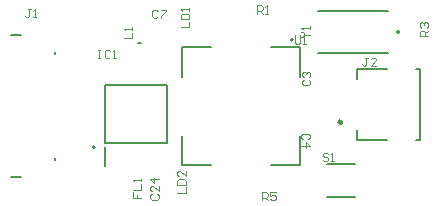
<source format=gbr>
%TF.GenerationSoftware,Altium Limited,Altium Designer,20.2.5 (213)*%
G04 Layer_Color=65535*
%FSLAX26Y26*%
%MOIN*%
%TF.SameCoordinates,0FE6C2C3-B7F4-45EC-A48D-0F423D7CACB9*%
%TF.FilePolarity,Positive*%
%TF.FileFunction,Legend,Top*%
%TF.Part,Single*%
G01*
G75*
%TA.AperFunction,NonConductor*%
%ADD38C,0.005000*%
%ADD39C,0.003937*%
%ADD50C,0.011811*%
%ADD51C,0.007874*%
D38*
X2577362Y1747126D02*
Y1780590D01*
Y1747126D02*
X2675788D01*
X2577362Y1949882D02*
Y1983346D01*
X2675788D01*
X2774212Y1747126D02*
X2787992D01*
Y1983346D01*
X2774212D02*
X2787992D01*
X2444890Y2038102D02*
X2681110D01*
X2444890Y2175898D02*
X2681110D01*
X2288139Y2055497D02*
X2386563D01*
Y1957071D02*
Y2055497D01*
Y1661797D02*
Y1760221D01*
X2288139Y1661797D02*
X2386563D01*
X1992863D02*
X2091289D01*
X1992863D02*
Y1760221D01*
Y1957071D02*
Y2055497D01*
X2091289D01*
X1569370Y2033228D02*
Y2041102D01*
Y1678898D02*
Y1686772D01*
X1423700Y2096220D02*
X1455196D01*
X1423700Y1623780D02*
X1455196D01*
D39*
X2390450Y2089000D02*
X2395041D01*
X2404225Y2098183D01*
X2395041Y2107367D01*
X2390450D01*
X2404225Y2098183D02*
X2418000D01*
Y2116550D02*
Y2125734D01*
Y2121142D01*
X2390450D01*
X2395041Y2116550D01*
X2368100Y2095174D02*
Y2072215D01*
X2372691Y2067624D01*
X2381875D01*
X2386466Y2072215D01*
Y2095174D01*
X2395650Y2067624D02*
X2404833D01*
X2400242D01*
Y2095174D01*
X2395650Y2090582D01*
X2480367Y1699958D02*
X2475775Y1704550D01*
X2466592D01*
X2462000Y1699958D01*
Y1695367D01*
X2466592Y1690775D01*
X2475775D01*
X2480367Y1686183D01*
Y1681592D01*
X2475775Y1677000D01*
X2466592D01*
X2462000Y1681592D01*
X2489550Y1677000D02*
X2498734D01*
X2494142D01*
Y1704550D01*
X2489550Y1699958D01*
X2260000Y1545000D02*
Y1572550D01*
X2273775D01*
X2278367Y1567958D01*
Y1558775D01*
X2273775Y1554183D01*
X2260000D01*
X2269183D02*
X2278367Y1545000D01*
X2305917Y1572550D02*
X2287550D01*
Y1558775D01*
X2296734Y1563367D01*
X2301325D01*
X2305917Y1558775D01*
Y1549592D01*
X2301325Y1545000D01*
X2292142D01*
X2287550Y1549592D01*
X2813000Y2093000D02*
X2785450D01*
Y2106775D01*
X2790041Y2111367D01*
X2799225D01*
X2803817Y2106775D01*
Y2093000D01*
Y2102183D02*
X2813000Y2111367D01*
X2790041Y2120550D02*
X2785450Y2125142D01*
Y2134325D01*
X2790041Y2138917D01*
X2794633D01*
X2799225Y2134325D01*
Y2129734D01*
Y2134325D01*
X2803817Y2138917D01*
X2808408D01*
X2813000Y2134325D01*
Y2125142D01*
X2808408Y2120550D01*
X2243000Y2168000D02*
Y2195550D01*
X2256775D01*
X2261367Y2190959D01*
Y2181775D01*
X2256775Y2177183D01*
X2243000D01*
X2252183D02*
X2261367Y2168000D01*
X2270550D02*
X2279734D01*
X2275142D01*
Y2195550D01*
X2270550Y2190959D01*
X1977450Y1570000D02*
X2005000D01*
Y1588367D01*
X1977450Y1597550D02*
X2005000D01*
Y1611325D01*
X2000408Y1615917D01*
X1982042D01*
X1977450Y1611325D01*
Y1597550D01*
X2005000Y1643467D02*
Y1625100D01*
X1986633Y1643467D01*
X1982042D01*
X1977450Y1638876D01*
Y1629692D01*
X1982042Y1625100D01*
X1989450Y2122000D02*
X2017000D01*
Y2140367D01*
X1989450Y2149550D02*
X2017000D01*
Y2163325D01*
X2012408Y2167917D01*
X1994042D01*
X1989450Y2163325D01*
Y2149550D01*
X2017000Y2177100D02*
Y2186284D01*
Y2181692D01*
X1989450D01*
X1994042Y2177100D01*
X1798450Y2086000D02*
X1826000D01*
Y2104367D01*
Y2113550D02*
Y2122734D01*
Y2118142D01*
X1798450D01*
X1803042Y2113550D01*
X2612367Y2021550D02*
X2603183D01*
X2607775D01*
Y1998592D01*
X2603183Y1994000D01*
X2598592D01*
X2594000Y1998592D01*
X2639917Y1994000D02*
X2621550D01*
X2639917Y2012367D01*
Y2016958D01*
X2635325Y2021550D01*
X2626142D01*
X2621550Y2016958D01*
X1488367Y2182550D02*
X1479183D01*
X1483775D01*
Y2159592D01*
X1479183Y2155000D01*
X1474592D01*
X1470000Y2159592D01*
X1497550Y2155000D02*
X1506734D01*
X1502142D01*
Y2182550D01*
X1497550Y2177959D01*
X1712000Y2046550D02*
X1721183D01*
X1716592D01*
Y2019000D01*
X1712000D01*
X1721183D01*
X1753325Y2041958D02*
X1748734Y2046550D01*
X1739550D01*
X1734958Y2041958D01*
Y2023592D01*
X1739550Y2019000D01*
X1748734D01*
X1753325Y2023592D01*
X1762509Y2019000D02*
X1771692D01*
X1767100D01*
Y2046550D01*
X1762509Y2041958D01*
X1829450Y1572367D02*
Y1554000D01*
X1843225D01*
Y1563183D01*
Y1554000D01*
X1857000D01*
X1829450Y1581550D02*
X1857000D01*
Y1599917D01*
Y1609100D02*
Y1618284D01*
Y1613692D01*
X1829450D01*
X1834042Y1609100D01*
X1892042Y1566367D02*
X1887450Y1561775D01*
Y1552592D01*
X1892042Y1548000D01*
X1910408D01*
X1915000Y1552592D01*
Y1561775D01*
X1910408Y1566367D01*
X1915000Y1593917D02*
Y1575550D01*
X1896633Y1593917D01*
X1892042D01*
X1887450Y1589325D01*
Y1580142D01*
X1892042Y1575550D01*
X1915000Y1616876D02*
X1887450D01*
X1901225Y1603100D01*
Y1621467D01*
X1912367Y2176959D02*
X1907775Y2181550D01*
X1898592D01*
X1894000Y2176959D01*
Y2158592D01*
X1898592Y2154000D01*
X1907775D01*
X1912367Y2158592D01*
X1921550Y2181550D02*
X1939917D01*
Y2176959D01*
X1921550Y2158592D01*
Y2154000D01*
X2413959Y1748633D02*
X2418550Y1753225D01*
Y1762408D01*
X2413959Y1767000D01*
X2395592D01*
X2391000Y1762408D01*
Y1753225D01*
X2395592Y1748633D01*
X2391000Y1725675D02*
X2418550D01*
X2404775Y1739450D01*
Y1721083D01*
X2398041Y1947367D02*
X2393450Y1942775D01*
Y1933592D01*
X2398041Y1929000D01*
X2416408D01*
X2421000Y1933592D01*
Y1942775D01*
X2416408Y1947367D01*
X2398041Y1956550D02*
X2393450Y1961142D01*
Y1970325D01*
X2398041Y1974917D01*
X2402633D01*
X2407225Y1970325D01*
Y1965734D01*
Y1970325D01*
X2411817Y1974917D01*
X2416408D01*
X2421000Y1970325D01*
Y1961142D01*
X2416408Y1956550D01*
D50*
X2524213Y1806181D02*
G03*
X2524213Y1806181I-3937J0D01*
G01*
D51*
X2716937Y2107000D02*
G03*
X2716937Y2107000I-3937J0D01*
G01*
X2362942Y2080104D02*
G03*
X2362942Y2080104I-3937J0D01*
G01*
X1702992Y1722244D02*
G03*
X1702992Y1722244I-3937J0D01*
G01*
X1846094Y2069694D02*
X1857906D01*
X2474756Y1668118D02*
X2569244D01*
X2474756Y1557882D02*
X2569244D01*
X1736142Y1737756D02*
Y1928700D01*
X1943858D01*
Y1737756D02*
Y1928700D01*
X1736142Y1737756D02*
X1943858D01*
X1737440Y1659016D02*
Y1723976D01*
%TF.MD5,098a5e61d14c26f895bbaf97000f4667*%
M02*

</source>
